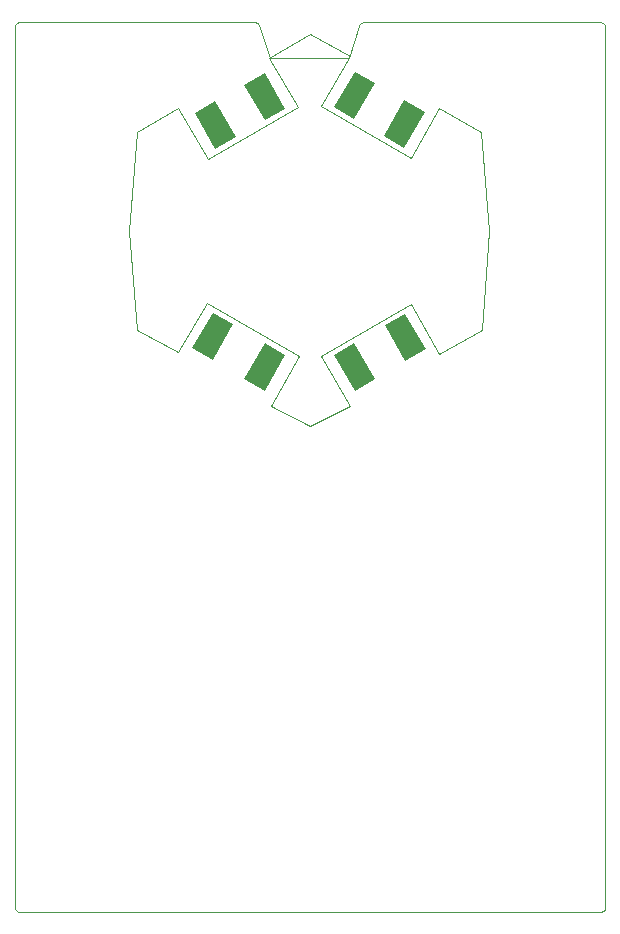
<source format=gbp>
G75*
G70*
%OFA0B0*%
%FSLAX24Y24*%
%IPPOS*%
%LPD*%
%AMOC8*
5,1,8,0,0,1.08239X$1,22.5*
%
%ADD10C,0.0000*%
%ADD11C,0.0004*%
%ADD12R,0.1378X0.0787*%
%ADD13R,0.0787X0.1378*%
D10*
X001952Y001385D02*
X001952Y030747D01*
X001954Y030769D01*
X001959Y030791D01*
X001967Y030811D01*
X001979Y030830D01*
X001994Y030847D01*
X002011Y030862D01*
X002030Y030874D01*
X002050Y030882D01*
X002072Y030887D01*
X002094Y030889D01*
X009960Y030889D01*
X009982Y030887D01*
X010004Y030882D01*
X010024Y030874D01*
X010043Y030862D01*
X010060Y030848D01*
X010074Y030831D01*
X010086Y030812D01*
X010095Y030792D01*
X010094Y030792D02*
X010456Y029708D01*
X013093Y029708D01*
X013413Y030773D01*
X013421Y030794D01*
X013432Y030814D01*
X013446Y030833D01*
X013462Y030849D01*
X013481Y030863D01*
X013501Y030873D01*
X013523Y030881D01*
X013545Y030886D01*
X013568Y030888D01*
X013568Y030889D02*
X021474Y030889D01*
X021474Y030888D02*
X021497Y030886D01*
X021520Y030881D01*
X021541Y030873D01*
X021562Y030862D01*
X021580Y030848D01*
X021596Y030832D01*
X021610Y030814D01*
X021621Y030793D01*
X021629Y030772D01*
X021634Y030749D01*
X021636Y030726D01*
X021637Y030726D02*
X021637Y001405D01*
X021636Y001405D02*
X021634Y001382D01*
X021629Y001359D01*
X021621Y001338D01*
X021610Y001317D01*
X021596Y001299D01*
X021580Y001283D01*
X021562Y001269D01*
X021541Y001258D01*
X021520Y001250D01*
X021497Y001245D01*
X021474Y001243D01*
X002094Y001243D01*
X002072Y001245D01*
X002050Y001250D01*
X002030Y001258D01*
X002011Y001270D01*
X001994Y001285D01*
X001979Y001302D01*
X001967Y001321D01*
X001959Y001341D01*
X001954Y001363D01*
X001952Y001385D01*
D11*
X010479Y018101D02*
X011778Y017432D01*
X013117Y018101D01*
X012172Y019755D01*
X015164Y021487D01*
X016109Y019834D01*
X017526Y020621D01*
X017763Y023928D01*
X017487Y027235D01*
X016109Y028023D01*
X015164Y026369D01*
X012172Y028101D01*
X013117Y029755D01*
X011778Y030503D01*
X010440Y029715D01*
X011385Y028062D01*
X008393Y026330D01*
X007408Y028023D01*
X006030Y027235D01*
X005755Y023928D01*
X006030Y020621D01*
X007408Y019912D01*
X008353Y021526D01*
X011424Y019755D01*
X010479Y018101D01*
D12*
G36*
X013270Y020193D02*
X013958Y019000D01*
X013278Y018607D01*
X012590Y019800D01*
X013270Y020193D01*
G37*
G36*
X014963Y021178D02*
X015651Y019985D01*
X014971Y019592D01*
X014283Y020785D01*
X014963Y021178D01*
G37*
G36*
X010278Y029209D02*
X010966Y028016D01*
X010286Y027623D01*
X009598Y028816D01*
X010278Y029209D01*
G37*
G36*
X008625Y028264D02*
X009313Y027071D01*
X008633Y026678D01*
X007945Y027871D01*
X008625Y028264D01*
G37*
D13*
G36*
X013278Y029249D02*
X013958Y028856D01*
X013270Y027663D01*
X012590Y028056D01*
X013278Y029249D01*
G37*
G36*
X014932Y028304D02*
X015612Y027911D01*
X014924Y026718D01*
X014244Y027111D01*
X014932Y028304D01*
G37*
G36*
X010286Y020193D02*
X010966Y019800D01*
X010278Y018607D01*
X009598Y019000D01*
X010286Y020193D01*
G37*
G36*
X008554Y021217D02*
X009234Y020824D01*
X008546Y019631D01*
X007866Y020024D01*
X008554Y021217D01*
G37*
M02*

</source>
